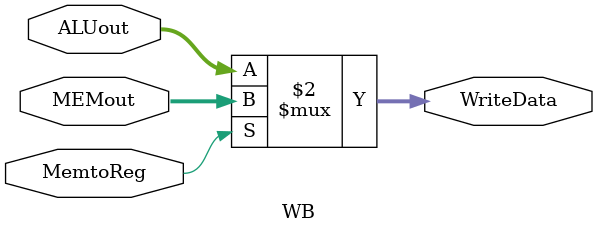
<source format=v>
`timescale 1ns / 1ps
module WB(
    input wire [31:0]ALUout,
    input wire [31:0]MEMout,
    //input wire MEMWB_RegWrite, //ID¿ÉÖ±½Ó´ÓMEM/WB»ñÈ¡£¬²»ÓÃ¹ýWB
    //input wire [4:0]MEMWB_WriteRegAddr, //ID¿ÉÖ±½Ó´ÓMEM/WB»ñÈ¡£¬²»ÓÃ¹ýWB
    input wire MemtoReg,
    
    //output wire [4:0]WriteRegAddr,
    output wire [31:0]WriteData
    );
    //assign WriteRegAddr = MEMWB_WriteRegAddr;
    assign WriteData = (MemtoReg == 1'b1) ? MEMout : ALUout;
endmodule

</source>
